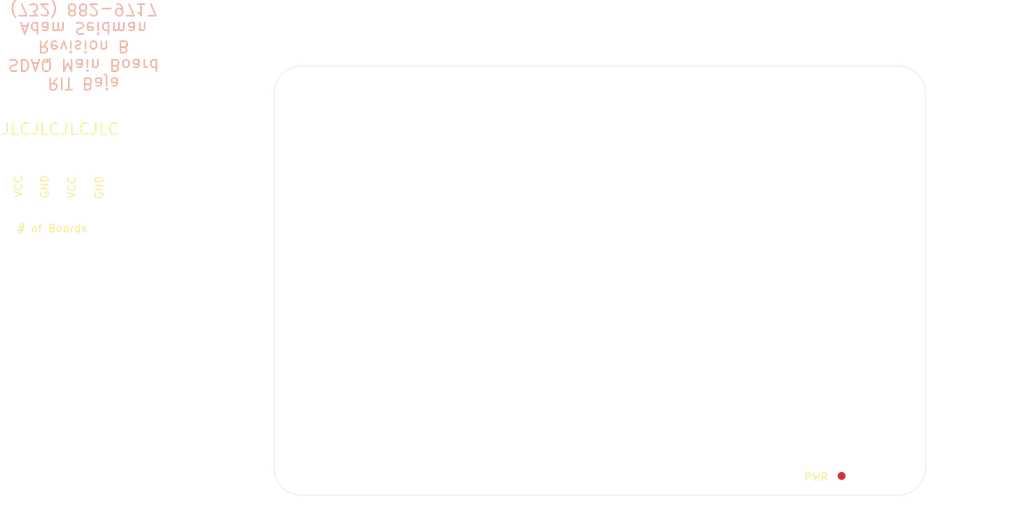
<source format=kicad_pcb>
(kicad_pcb (version 20171130) (host pcbnew "(5.1.9)-1")

  (general
    (thickness 1.6)
    (drawings 17)
    (tracks 3)
    (zones 0)
    (modules 0)
    (nets 3)
  )

  (page A4)
  (layers
    (0 F.Cu signal)
    (1 In1.Cu signal)
    (2 In2.Cu signal)
    (31 B.Cu signal)
    (32 B.Adhes user)
    (33 F.Adhes user)
    (34 B.Paste user)
    (35 F.Paste user)
    (36 B.SilkS user)
    (37 F.SilkS user)
    (38 B.Mask user)
    (39 F.Mask user)
    (40 Dwgs.User user)
    (41 Cmts.User user)
    (42 Eco1.User user)
    (43 Eco2.User user)
    (44 Edge.Cuts user)
    (45 Margin user)
    (46 B.CrtYd user)
    (47 F.CrtYd user)
    (48 B.Fab user)
    (49 F.Fab user)
  )

  (setup
    (last_trace_width 0.25)
    (user_trace_width 1.016)
    (trace_clearance 0.2)
    (zone_clearance 0.508)
    (zone_45_only no)
    (trace_min 0.2)
    (via_size 0.8)
    (via_drill 0.4)
    (via_min_size 0.4)
    (via_min_drill 0.3)
    (uvia_size 0.3)
    (uvia_drill 0.1)
    (uvias_allowed no)
    (uvia_min_size 0.2)
    (uvia_min_drill 0.1)
    (edge_width 0.05)
    (segment_width 0.2)
    (pcb_text_width 0.3)
    (pcb_text_size 1.5 1.5)
    (mod_edge_width 0.12)
    (mod_text_size 1 1)
    (mod_text_width 0.15)
    (pad_size 1.524 1.524)
    (pad_drill 0.762)
    (pad_to_mask_clearance 0)
    (aux_axis_origin 0 0)
    (visible_elements 7FFFF7FF)
    (pcbplotparams
      (layerselection 0x010fc_ffffffff)
      (usegerberextensions false)
      (usegerberattributes true)
      (usegerberadvancedattributes true)
      (creategerberjobfile true)
      (excludeedgelayer true)
      (linewidth 0.100000)
      (plotframeref false)
      (viasonmask false)
      (mode 1)
      (useauxorigin false)
      (hpglpennumber 1)
      (hpglpenspeed 20)
      (hpglpendiameter 15.000000)
      (psnegative false)
      (psa4output false)
      (plotreference true)
      (plotvalue true)
      (plotinvisibletext false)
      (padsonsilk false)
      (subtractmaskfromsilk false)
      (outputformat 1)
      (mirror false)
      (drillshape 0)
      (scaleselection 1)
      (outputdirectory "../../#Gerber/RevA1/"))
  )

  (net 0 "")
  (net 1 /vcc)
  (net 2 /gnd)

  (net_class Default "This is the default net class."
    (clearance 0.2)
    (trace_width 0.25)
    (via_dia 0.8)
    (via_drill 0.4)
    (uvia_dia 0.3)
    (uvia_drill 0.1)
    (add_net /gnd)
    (add_net /miso2)
    (add_net /miso2_pwm)
    (add_net /sclk2)
    (add_net "Net-(J5-Pad3)")
  )

  (gr_text "# of Boards" (at 131.064 91.186) (layer F.SilkS)
    (effects (font (size 1 1) (thickness 0.15)))
  )
  (gr_text VCC (at 133.604 85.852 90) (layer F.SilkS) (tstamp 61603692)
    (effects (font (size 1 1) (thickness 0.15)))
  )
  (gr_text VCC (at 126.619 85.725 90) (layer F.SilkS)
    (effects (font (size 1 1) (thickness 0.15)))
  )
  (gr_text GND (at 137.16 85.852 90) (layer F.SilkS) (tstamp 61603681)
    (effects (font (size 1 1) (thickness 0.15)))
  )
  (gr_text GND (at 130.048 85.725 90) (layer F.SilkS) (tstamp 61603681)
    (effects (font (size 1 1) (thickness 0.15)))
  )
  (gr_text JLCJLCJLCJLC (at 132.08 78.232) (layer F.SilkS)
    (effects (font (size 1.5 1.5) (thickness 0.2)))
  )
  (gr_text "RIT Baja\nSDAQ Main Board\nRevision B\nAdam Seidman\n(732) 882-9717" (at 135.128 67.437 180) (layer B.SilkS)
    (effects (font (size 1.5 1.5) (thickness 0.2)) (justify mirror))
  )
  (gr_arc (start 163.5 73.5) (end 163.5 70) (angle -90) (layer Edge.Cuts) (width 0.05))
  (gr_arc (start 163.5 122.5) (end 160 122.5) (angle -90) (layer Edge.Cuts) (width 0.05))
  (gr_arc (start 241.5 122.5) (end 245 122.5) (angle 90) (layer Edge.Cuts) (width 0.05))
  (gr_arc (start 241.5 73.5) (end 241.5 70) (angle 90) (layer Edge.Cuts) (width 0.05))
  (gr_text PWR (at 230.75 123.63) (layer F.SilkS)
    (effects (font (size 1 1) (thickness 0.15)))
  )
  (gr_line (start 155.66 98) (end 257.82 98) (layer Dwgs.User) (width 0.15))
  (gr_line (start 160 122.5) (end 160 73.5) (layer Edge.Cuts) (width 0.05))
  (gr_line (start 163.5 126) (end 241.5 126) (layer Edge.Cuts) (width 0.05))
  (gr_line (start 245 73.5) (end 245 122.5) (layer Edge.Cuts) (width 0.05))
  (gr_line (start 163.5 70) (end 241.5 70) (layer Edge.Cuts) (width 0.05))

  (segment (start 234.0615 123.499) (end 234.062 123.5) (width 1.016) (layer F.Cu) (net 2))
  (segment (start 234.061 123.498) (end 234.0615 123.499) (width 1.016) (layer F.Cu) (net 2))
  (segment (start 234.0615 123.499) (end 234.0625 123.5) (width 0.25) (layer F.Cu) (net 2))

  (zone (net 2) (net_name /gnd) (layer B.Cu) (tstamp 6165DB9D) (hatch edge 0.508)
    (connect_pads (clearance 0.508))
    (min_thickness 0.254)
    (fill (arc_segments 32) (thermal_gap 0.508) (thermal_bridge_width 0.75))
    (polygon
      (pts
        (xy 245.745 127) (xy 159.385 127) (xy 159.385 69.215) (xy 245.745 69.215)
      )
    )
  )
  (zone (net 0) (net_name "") (layers F.Cu In1.Cu In2.Cu B.Cu) (tstamp 0) (hatch edge 0.508)
    (connect_pads (clearance 0.508))
    (min_thickness 0.254)
    (keepout (tracks not_allowed) (vias not_allowed) (copperpour not_allowed))
    (fill (arc_segments 32) (thermal_gap 0.508) (thermal_bridge_width 0.75))
    (polygon
      (pts
        (xy 246 76.45) (xy 241.51 76.44) (xy 241.39 76.44) (xy 241.23 76.43) (xy 240.99 76.4)
        (xy 240.86 76.37) (xy 240.67 76.32) (xy 240.52 76.27) (xy 240.33 76.2) (xy 240.21 76.15)
        (xy 240.03 76.05) (xy 239.87 75.96) (xy 239.75 75.87) (xy 239.64 75.79) (xy 239.58 75.74)
        (xy 239.52 75.68) (xy 239.45 75.62) (xy 239.33 75.5) (xy 239.22 75.38) (xy 239.18 75.33)
        (xy 239.13 75.25) (xy 239.06 75.15) (xy 238.97 75.01) (xy 238.84 74.78) (xy 238.78 74.64)
        (xy 238.74 74.54) (xy 238.7 74.42) (xy 238.65 74.29) (xy 238.63 74.17) (xy 238.61 74.08)
        (xy 238.6 74.01) (xy 238.58 73.9) (xy 238.56 73.76) (xy 238.56 68.89) (xy 246.42 68.89)
      )
    )
  )
  (zone (net 0) (net_name "") (layers F.Cu In1.Cu In2.Cu B.Cu) (tstamp 61607481) (hatch edge 0.508)
    (connect_pads (clearance 0.508))
    (min_thickness 0.254)
    (keepout (tracks not_allowed) (vias not_allowed) (copperpour not_allowed))
    (fill (arc_segments 32) (thermal_gap 0.508) (thermal_bridge_width 0.75))
    (polygon
      (pts
        (xy 238.54 126.98) (xy 238.55 122.49) (xy 238.55 122.37) (xy 238.56 122.21) (xy 238.59 121.97)
        (xy 238.62 121.84) (xy 238.67 121.65) (xy 238.72 121.5) (xy 238.79 121.31) (xy 238.84 121.19)
        (xy 238.94 121.01) (xy 239.03 120.85) (xy 239.12 120.73) (xy 239.2 120.62) (xy 239.25 120.56)
        (xy 239.31 120.5) (xy 239.37 120.43) (xy 239.49 120.31) (xy 239.61 120.2) (xy 239.66 120.16)
        (xy 239.74 120.11) (xy 239.84 120.04) (xy 239.98 119.95) (xy 240.21 119.82) (xy 240.35 119.76)
        (xy 240.45 119.72) (xy 240.57 119.68) (xy 240.7 119.63) (xy 240.82 119.61) (xy 240.91 119.59)
        (xy 240.98 119.58) (xy 241.09 119.56) (xy 241.23 119.54) (xy 246.1 119.54) (xy 246.1 127.4)
      )
    )
  )
  (zone (net 0) (net_name "") (layers F.Cu In1.Cu In2.Cu B.Cu) (tstamp 61607481) (hatch edge 0.508)
    (connect_pads (clearance 0.508))
    (min_thickness 0.254)
    (keepout (tracks not_allowed) (vias not_allowed) (copperpour not_allowed))
    (fill (arc_segments 32) (thermal_gap 0.508) (thermal_bridge_width 0.75))
    (polygon
      (pts
        (xy 159.01 119.54) (xy 163.5 119.55) (xy 163.62 119.55) (xy 163.78 119.56) (xy 164.02 119.59)
        (xy 164.15 119.62) (xy 164.34 119.67) (xy 164.49 119.72) (xy 164.68 119.79) (xy 164.8 119.84)
        (xy 164.98 119.94) (xy 165.14 120.03) (xy 165.26 120.12) (xy 165.37 120.2) (xy 165.43 120.25)
        (xy 165.49 120.31) (xy 165.56 120.37) (xy 165.68 120.49) (xy 165.79 120.61) (xy 165.83 120.66)
        (xy 165.88 120.74) (xy 165.95 120.84) (xy 166.04 120.98) (xy 166.17 121.21) (xy 166.23 121.35)
        (xy 166.27 121.45) (xy 166.31 121.57) (xy 166.36 121.7) (xy 166.38 121.82) (xy 166.4 121.91)
        (xy 166.41 121.98) (xy 166.43 122.09) (xy 166.45 122.23) (xy 166.45 127.1) (xy 158.59 127.1)
      )
    )
  )
  (zone (net 0) (net_name "") (layers F.Cu In1.Cu In2.Cu B.Cu) (tstamp 61607481) (hatch edge 0.508)
    (connect_pads (clearance 0.508))
    (min_thickness 0.254)
    (keepout (tracks not_allowed) (vias not_allowed) (copperpour not_allowed))
    (fill (arc_segments 32) (thermal_gap 0.508) (thermal_bridge_width 0.75))
    (polygon
      (pts
        (xy 166.45 69.01) (xy 166.44 73.5) (xy 166.44 73.62) (xy 166.43 73.78) (xy 166.4 74.02)
        (xy 166.37 74.15) (xy 166.32 74.34) (xy 166.27 74.49) (xy 166.2 74.68) (xy 166.15 74.8)
        (xy 166.05 74.98) (xy 165.96 75.14) (xy 165.87 75.26) (xy 165.79 75.37) (xy 165.74 75.43)
        (xy 165.68 75.49) (xy 165.62 75.56) (xy 165.5 75.68) (xy 165.38 75.79) (xy 165.33 75.83)
        (xy 165.25 75.88) (xy 165.15 75.95) (xy 165.01 76.04) (xy 164.78 76.17) (xy 164.64 76.23)
        (xy 164.54 76.27) (xy 164.42 76.31) (xy 164.29 76.36) (xy 164.17 76.38) (xy 164.08 76.4)
        (xy 164.01 76.41) (xy 163.9 76.43) (xy 163.76 76.45) (xy 158.89 76.45) (xy 158.89 68.59)
      )
    )
  )
  (zone (net 0) (net_name "") (layers F.Cu In1.Cu In2.Cu B.Cu) (tstamp 0) (hatch edge 0.508)
    (connect_pads (clearance 0.508))
    (min_thickness 0.254)
    (keepout (tracks not_allowed) (vias not_allowed) (copperpour not_allowed))
    (fill (arc_segments 32) (thermal_gap 0.508) (thermal_bridge_width 0.75))
    (polygon
      (pts
        (xy 202.9 95.075) (xy 203.15 95.125) (xy 203.45 95.2) (xy 203.65 95.275) (xy 203.875 95.375)
        (xy 204.35 95.7) (xy 204.55 95.875) (xy 204.725 96.075) (xy 204.85 96.225) (xy 204.975 96.4)
        (xy 205.125 96.65) (xy 205.2 96.825) (xy 205.325 97.175) (xy 205.4 97.45) (xy 205.425 97.6)
        (xy 205.45 97.85) (xy 205.45 98.225) (xy 205.425 98.45) (xy 205.35 98.8) (xy 205.275 99)
        (xy 205.225 99.15) (xy 205.15 99.325) (xy 205.05 99.5) (xy 204.9 99.725) (xy 204.65 100.025)
        (xy 204.375 100.3) (xy 204.275 100.375) (xy 204.05 100.525) (xy 203.85 100.625) (xy 203.625 100.725)
        (xy 203.35 100.825) (xy 203.2 100.875) (xy 202.875 100.925) (xy 202.55 100.95) (xy 202.075 100.925)
        (xy 201.825 100.875) (xy 201.65 100.825) (xy 201.35 100.725) (xy 201.1 100.6) (xy 200.775 100.4)
        (xy 200.625 100.275) (xy 200.375 100.025) (xy 200.1 99.7) (xy 200.025 99.6) (xy 199.95 99.475)
        (xy 199.9 99.375) (xy 199.825 99.25) (xy 199.75 99.05) (xy 199.7 98.925) (xy 199.65 98.75)
        (xy 199.575 98.375) (xy 199.575 97.65) (xy 199.6 97.475) (xy 199.65 97.25) (xy 199.675 97.15)
        (xy 199.725 97.025) (xy 199.8 96.825) (xy 199.85 96.7) (xy 199.9 96.6) (xy 200.125 96.275)
        (xy 200.325 96.025) (xy 200.6 95.75) (xy 200.725 95.65) (xy 201.025 95.45) (xy 201.2 95.35)
        (xy 201.6 95.2) (xy 201.75 95.15) (xy 201.95 95.1) (xy 202.3 95.05) (xy 202.65 95.05)
      )
    )
  )
  (zone (net 1) (net_name /vcc) (layer F.Cu) (tstamp 6165DB9A) (hatch edge 0.508)
    (connect_pads (clearance 0.508))
    (min_thickness 0.254)
    (fill (arc_segments 32) (thermal_gap 0.508) (thermal_bridge_width 0.508))
    (polygon
      (pts
        (xy 245.745 127) (xy 159.385 127) (xy 159.385 69.215) (xy 245.745 69.215)
      )
    )
  )
)

</source>
